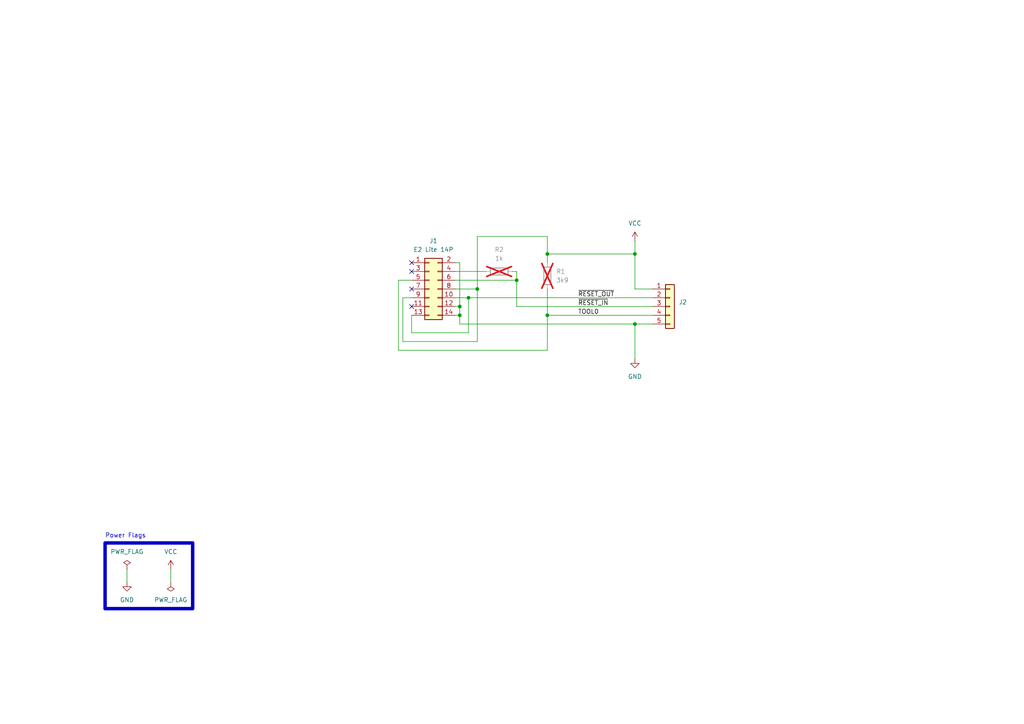
<source format=kicad_sch>
(kicad_sch (version 20230121) (generator eeschema)
  (paper "A4")
  (title_block (title "RL78/I1C Programming Adaptor - Non-Isolated") (date "2024-02-12") (rev "0") (company "Renesas Electronics Europe") (comment 1 "Author: Louis Wray"))
  (lib_symbols
    (symbol "Connector_Generic:Conn_01x05" (pin_names (offset 1.016) hide)
      (property "Reference" "J" (at 0 7.62 0))
      (property "Value" "Conn_01x05" (at 0 -7.62 0))
      (symbol "Conn_01x05_1_1"
        (rectangle (start -1.27 -4.953) (end 0 -5.207) (stroke (width 0.1524)))
        (rectangle (start -1.27 -2.413) (end 0 -2.667) (stroke (width 0.1524)))
        (rectangle (start -1.27 0.127) (end 0 -0.127) (stroke (width 0.1524)))
        (rectangle (start -1.27 2.667) (end 0 2.413) (stroke (width 0.1524)))
        (rectangle (start -1.27 5.207) (end 0 4.953) (stroke (width 0.1524)))
        (rectangle (start -1.27 6.35) (end 1.27 -6.35) (stroke (width 0.254)) (fill (type background)))
        (pin passive line (at -5.08 5.08 0) (length 3.81) (name "Pin_1") (number "1"))
        (pin passive line (at -5.08 2.54 0) (length 3.81) (name "Pin_2") (number "2"))
        (pin passive line (at -5.08 0 0) (length 3.81) (name "Pin_3") (number "3"))
        (pin passive line (at -5.08 -2.54 0) (length 3.81) (name "Pin_4") (number "4"))
        (pin passive line (at -5.08 -5.08 0) (length 3.81) (name "Pin_5") (number "5"))
      )
    )
    (symbol "Connector_Generic:Conn_02x07_Odd_Even" (pin_names (offset 1.016) hide)
      (property "Reference" "J" (at 1.27 10.16 0))
      (property "Value" "Conn_02x07_Odd_Even" (at 1.27 -10.16 0))
      (symbol "Conn_02x07_Odd_Even_1_1"
        (rectangle (start -1.27 -7.493) (end 0 -7.747) (stroke (width 0.1524)))
        (rectangle (start -1.27 -4.953) (end 0 -5.207) (stroke (width 0.1524)))
        (rectangle (start -1.27 -2.413) (end 0 -2.667) (stroke (width 0.1524)))
        (rectangle (start -1.27 0.127) (end 0 -0.127) (stroke (width 0.1524)))
        (rectangle (start -1.27 2.667) (end 0 2.413) (stroke (width 0.1524)))
        (rectangle (start -1.27 5.207) (end 0 4.953) (stroke (width 0.1524)))
        (rectangle (start -1.27 7.747) (end 0 7.493) (stroke (width 0.1524)))
        (rectangle (start -1.27 8.89) (end 3.81 -8.89) (stroke (width 0.254)) (fill (type background)))
        (rectangle (start 3.81 -7.493) (end 2.54 -7.747) (stroke (width 0.1524)))
        (rectangle (start 3.81 -4.953) (end 2.54 -5.207) (stroke (width 0.1524)))
        (rectangle (start 3.81 -2.413) (end 2.54 -2.667) (stroke (width 0.1524)))
        (rectangle (start 3.81 0.127) (end 2.54 -0.127) (stroke (width 0.1524)))
        (rectangle (start 3.81 2.667) (end 2.54 2.413) (stroke (width 0.1524)))
        (rectangle (start 3.81 5.207) (end 2.54 4.953) (stroke (width 0.1524)))
        (rectangle (start 3.81 7.747) (end 2.54 7.493) (stroke (width 0.1524)))
        (pin passive line (at -5.08 7.62 0) (length 3.81) (name "Pin_1") (number "1"))
        (pin passive line (at 7.62 -2.54 180) (length 3.81) (name "Pin_10") (number "10"))
        (pin passive line (at -5.08 -5.08 0) (length 3.81) (name "Pin_11") (number "11"))
        (pin passive line (at 7.62 -5.08 180) (length 3.81) (name "Pin_12") (number "12"))
        (pin passive line (at -5.08 -7.62 0) (length 3.81) (name "Pin_13") (number "13"))
        (pin passive line (at 7.62 -7.62 180) (length 3.81) (name "Pin_14") (number "14"))
        (pin passive line (at 7.62 7.62 180) (length 3.81) (name "Pin_2") (number "2"))
        (pin passive line (at -5.08 5.08 0) (length 3.81) (name "Pin_3") (number "3"))
        (pin passive line (at 7.62 5.08 180) (length 3.81) (name "Pin_4") (number "4"))
        (pin passive line (at -5.08 2.54 0) (length 3.81) (name "Pin_5") (number "5"))
        (pin passive line (at 7.62 2.54 180) (length 3.81) (name "Pin_6") (number "6"))
        (pin passive line (at -5.08 0 0) (length 3.81) (name "Pin_7") (number "7"))
        (pin passive line (at 7.62 0 180) (length 3.81) (name "Pin_8") (number "8"))
        (pin passive line (at -5.08 -2.54 0) (length 3.81) (name "Pin_9") (number "9"))
      )
    )
    (symbol "Device:R" (pin_numbers hide) (pin_names (offset 0))
      (property "Reference" "R" (at 2.032 0 90))
      (property "Value" "R" (at 0 0 90))
      (symbol "R_0_1"
        (rectangle (start -1.016 -2.54) (end 1.016 2.54) (stroke (width 0.254)))
      )
      (symbol "R_1_1"
        (pin passive line (at 0 3.81 270) (length 1.27) (name "~") (number "1"))
        (pin passive line (at 0 -3.81 90) (length 1.27) (name "~") (number "2"))
      )
    )
    (symbol "power:GND" (power) (pin_names (offset 0))
      (property "Value" "GND" (at 0 -3.81 0))
      (symbol "GND_0_1"
        (polyline (pts (xy 0 0) (xy 0 -1.27) (xy 1.27 -1.27) (xy 0 -2.54) (xy -1.27 -1.27) (xy 0 -1.27)))
      )
      (symbol "GND_1_1"
        (pin power_in line (at 0 0 270) (length 0) hide (name "GND") (number "1"))
      )
    )
    (symbol "power:PWR_FLAG" (power) (pin_numbers hide) (pin_names (offset 0) hide)
      (property "Value" "PWR_FLAG" (at 0 3.81 0))
      (symbol "PWR_FLAG_0_0"
        (pin power_out line (at 0 0 90) (length 0) (name "pwr") (number "1"))
      )
      (symbol "PWR_FLAG_0_1"
        (polyline (pts (xy 0 0) (xy 0 1.27) (xy -1.016 1.905) (xy 0 2.54) (xy 1.016 1.905) (xy 0 1.27)))
      )
    )
    (symbol "power:VCC" (power) (pin_names (offset 0))
      (property "Value" "VCC" (at 0 3.81 0))
      (symbol "VCC_0_1"
        (polyline (pts (xy -0.762 1.27) (xy 0 2.54)))
        (polyline (pts (xy 0 0) (xy 0 2.54)))
        (polyline (pts (xy 0 2.54) (xy 0.762 1.27)))
      )
      (symbol "VCC_1_1"
        (pin power_in line (at 0 0 90) (length 0) hide (name "VCC") (number "1"))
      )
    )
  )
  (junction (at 149.86 81.28))
  (junction (at 184.15 93.98))
  (junction (at 158.75 73.66))
  (junction (at 138.43 83.82))
  (junction (at 133.35 91.44))
  (junction (at 158.75 91.44))
  (junction (at 184.15 73.66))
  (junction (at 135.89 86.36))
  (junction (at 133.35 88.9))
  (no_connect (at 119.38 88.9))
  (no_connect (at 119.38 76.2))
  (no_connect (at 119.38 78.74))
  (no_connect (at 119.38 83.82))
  (wire (pts (xy 148.59 78.74) (xy 149.86 78.74)))
  (wire (pts (xy 184.15 93.98) (xy 184.15 104.14)))
  (wire (pts (xy 138.43 68.58) (xy 158.75 68.58)))
  (wire (pts (xy 132.08 86.36) (xy 135.89 86.36)))
  (wire (pts (xy 133.35 76.2) (xy 133.35 88.9)))
  (wire (pts (xy 132.08 76.2) (xy 133.35 76.2)))
  (wire (pts (xy 149.86 78.74) (xy 149.86 81.28)))
  (wire (pts (xy 158.75 68.58) (xy 158.75 73.66)))
  (wire (pts (xy 119.38 81.28) (xy 115.57 81.28)))
  (wire (pts (xy 138.43 83.82) (xy 138.43 99.06)))
  (wire (pts (xy 158.75 101.6) (xy 158.75 91.44)))
  (wire (pts (xy 158.75 91.44) (xy 189.23 91.44)))
  (wire (pts (xy 135.89 86.36) (xy 189.23 86.36)))
  (wire (pts (xy 158.75 76.2) (xy 158.75 73.66)))
  (wire (pts (xy 115.57 81.28) (xy 115.57 101.6)))
  (wire (pts (xy 189.23 83.82) (xy 184.15 83.82)))
  (wire (pts (xy 158.75 83.82) (xy 158.75 91.44)))
  (wire (pts (xy 149.86 88.9) (xy 189.23 88.9)))
  (wire (pts (xy 132.08 83.82) (xy 138.43 83.82)))
  (wire (pts (xy 116.84 99.06) (xy 116.84 86.36)))
  (wire (pts (xy 184.15 93.98) (xy 189.23 93.98)))
  (wire (pts (xy 36.83 165.1) (xy 36.83 168.91)))
  (wire (pts (xy 115.57 101.6) (xy 158.75 101.6)))
  (wire (pts (xy 184.15 69.85) (xy 184.15 73.66)))
  (wire (pts (xy 138.43 99.06) (xy 116.84 99.06)))
  (wire (pts (xy 149.86 81.28) (xy 149.86 88.9)))
  (wire (pts (xy 133.35 93.98) (xy 184.15 93.98)))
  (wire (pts (xy 158.75 73.66) (xy 184.15 73.66)))
  (wire (pts (xy 138.43 68.58) (xy 138.43 83.82)))
  (wire (pts (xy 132.08 78.74) (xy 140.97 78.74)))
  (wire (pts (xy 132.08 91.44) (xy 133.35 91.44)))
  (wire (pts (xy 133.35 91.44) (xy 133.35 93.98)))
  (wire (pts (xy 132.08 81.28) (xy 149.86 81.28)))
  (wire (pts (xy 135.89 96.52) (xy 135.89 86.36)))
  (wire (pts (xy 119.38 91.44) (xy 119.38 96.52)))
  (wire (pts (xy 133.35 88.9) (xy 133.35 91.44)))
  (wire (pts (xy 184.15 73.66) (xy 184.15 83.82)))
  (wire (pts (xy 116.84 86.36) (xy 119.38 86.36)))
  (wire (pts (xy 49.53 165.1) (xy 49.53 168.91)))
  (wire (pts (xy 119.38 96.52) (xy 135.89 96.52)))
  (wire (pts (xy 132.08 88.9) (xy 133.35 88.9)))
  (rectangle (start 30.48 157.48) (end 55.88 176.53) (stroke (width 1)))
  (text "Power Flags" (at 30.48 156.21 0) (effects (font (size 1.27 1.27)) (justify left bottom)))
  (label "~{RESET_OUT}" (at 167.64 86.36 0))
  (label "~{RESET_IN}" (at 167.64 88.9 0))
  (label "TOOL0" (at 167.64 91.44 0))
  (symbol (lib_id "Connector_Generic:Conn_02x07_Odd_Even") (at 124.46 83.82 0) (unit 1)
    (property "Reference" "J1" (at 125.73 69.85 0))
    (property "Value" "E2 Lite 14P" (at 125.73 72.39 0))
    (property "Footprint" "Connector_PinHeader_2.54mm:PinHeader_2x07_P2.54mm_Vertical" (effects hide))
    (property "Digikey p/n" "MHC14K-ND" (effects hide))
    (property "Manufacturer p/n" "N2514-6002-RB" (effects hide))
    (property "Manufacturer" "3M" (effects hide))
  )
  (symbol (lib_id "Device:R") (at 144.78 78.74 90) (unit 1) (dnp yes)
    (property "Reference" "R2" (at 144.78 72.39 90))
    (property "Value" "1k" (at 144.78 74.93 90))
    (property "Footprint" "Resistor_SMD:R_0603_1608Metric_Pad0.98x0.95mm_HandSolder" (effects hide))
    (property "Digikey p/n" "311-1.00KHRCT-ND" (effects hide))
    (property "Manufacturer p/n" "RC0603FR-071KL" (effects hide))
    (property "Manufacturer" "YAGEO" (effects hide))
  )
  (symbol (lib_id "power:VCC") (at 49.53 165.1 0) (unit 1)
    (property "Reference" "#PWR04" (effects hide))
    (property "Value" "VCC" (at 49.53 160.02 0))
  )
  (symbol (lib_id "power:PWR_FLAG") (at 36.83 165.1 0) (unit 1)
    (property "Reference" "#FLG03" (effects hide))
    (property "Value" "PWR_FLAG" (at 36.83 160.02 0))
  )
  (symbol (lib_id "power:VCC") (at 184.15 69.85 0) (unit 1)
    (property "Reference" "#PWR01" (effects hide))
    (property "Value" "VCC" (at 184.15 64.77 0))
  )
  (symbol (lib_id "Device:R") (at 158.75 80.01 0) (unit 1) (dnp yes)
    (property "Reference" "R1" (at 161.29 78.74 0) (effects (justify left)))
    (property "Value" "3k9" (at 161.29 81.28 0) (effects (justify left)))
    (property "Footprint" "Resistor_SMD:R_0603_1608Metric_Pad0.98x0.95mm_HandSolder" (effects hide))
    (property "Digikey p/n" "13-RC0603FR-133K9LCT-ND" (effects hide))
    (property "Manufacturer p/n" "RC0603FR-133K9L" (effects hide))
    (property "Manufacturer" "YAGEO" (effects hide))
  )
  (symbol (lib_id "Connector_Generic:Conn_01x05") (at 194.31 88.9 0) (unit 1)
    (property "Reference" "J2" (at 196.85 87.63 0) (effects (justify left)))
    (property "Value" "RL78/I1C 5P" (effects hide))
    (property "Footprint" "Connector_PinHeader_2.54mm:PinHeader_1x05_P2.54mm_Vertical" (effects hide))
    (property "Digikey p/n" "732-61300511821-ND" (effects hide))
    (property "Manufacturer p/n" "61300511821" (effects hide))
    (property "Manufacturer" "Wurth Elektronic" (effects hide))
  )
  (symbol (lib_id "power:GND") (at 36.83 168.91 0) (unit 1)
    (property "Reference" "#PWR03" (effects hide))
    (property "Value" "GND" (at 36.83 173.99 0))
  )
  (symbol (lib_id "power:GND") (at 184.15 104.14 0) (unit 1)
    (property "Reference" "#PWR02" (effects hide))
    (property "Value" "GND" (at 184.15 109.22 0))
  )
  (symbol (lib_id "power:PWR_FLAG") (at 49.53 168.91 180) (unit 1)
    (property "Reference" "#FLG04" (effects hide))
    (property "Value" "PWR_FLAG" (at 49.53 173.99 0))
  )
)
</source>
